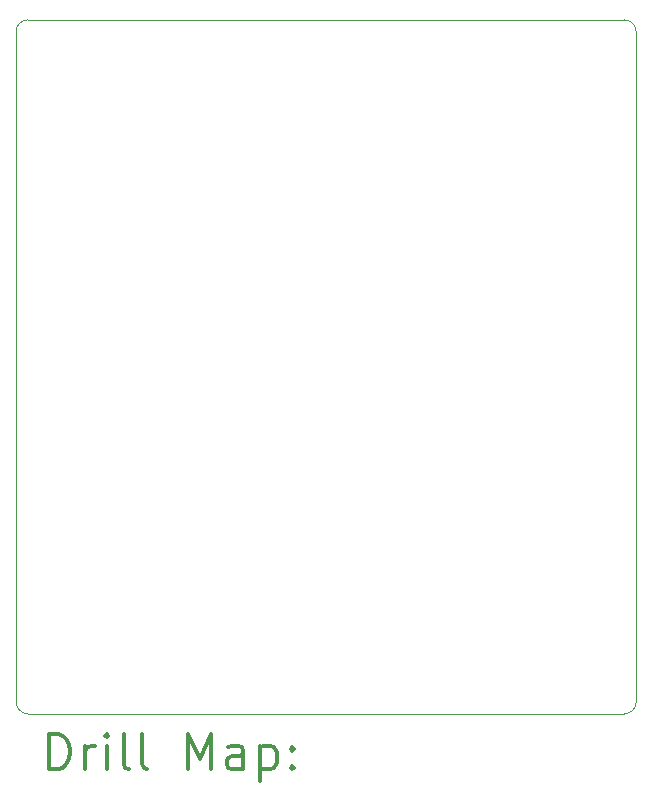
<source format=gbr>
%FSLAX45Y45*%
G04 Gerber Fmt 4.5, Leading zero omitted, Abs format (unit mm)*
G04 Created by KiCad (PCBNEW (5.1.6)-1) date 2021-10-27 15:34:51*
%MOMM*%
%LPD*%
G01*
G04 APERTURE LIST*
%TA.AperFunction,Profile*%
%ADD10C,0.100000*%
%TD*%
%ADD11C,0.200000*%
%ADD12C,0.300000*%
G04 APERTURE END LIST*
D10*
X7400000Y-11925000D02*
G75*
G02*
X7300000Y-11825000I0J100000D01*
G01*
X7300000Y-6150000D02*
X7300000Y-11825000D01*
X7400000Y-11925000D02*
X12450000Y-11925000D01*
X12550000Y-11825000D02*
G75*
G02*
X12450000Y-11925000I-100000J0D01*
G01*
X12550000Y-6150000D02*
X12550000Y-11825000D01*
X12450000Y-6050000D02*
G75*
G02*
X12550000Y-6150000I0J-100000D01*
G01*
X7400000Y-6050000D02*
X12450000Y-6050000D01*
X7300000Y-6150000D02*
G75*
G02*
X7400000Y-6050000I100000J0D01*
G01*
D11*
D12*
X7581428Y-12395714D02*
X7581428Y-12095714D01*
X7652857Y-12095714D01*
X7695714Y-12110000D01*
X7724286Y-12138571D01*
X7738571Y-12167143D01*
X7752857Y-12224286D01*
X7752857Y-12267143D01*
X7738571Y-12324286D01*
X7724286Y-12352857D01*
X7695714Y-12381429D01*
X7652857Y-12395714D01*
X7581428Y-12395714D01*
X7881428Y-12395714D02*
X7881428Y-12195714D01*
X7881428Y-12252857D02*
X7895714Y-12224286D01*
X7910000Y-12210000D01*
X7938571Y-12195714D01*
X7967143Y-12195714D01*
X8067143Y-12395714D02*
X8067143Y-12195714D01*
X8067143Y-12095714D02*
X8052857Y-12110000D01*
X8067143Y-12124286D01*
X8081428Y-12110000D01*
X8067143Y-12095714D01*
X8067143Y-12124286D01*
X8252857Y-12395714D02*
X8224286Y-12381429D01*
X8210000Y-12352857D01*
X8210000Y-12095714D01*
X8410000Y-12395714D02*
X8381428Y-12381429D01*
X8367143Y-12352857D01*
X8367143Y-12095714D01*
X8752857Y-12395714D02*
X8752857Y-12095714D01*
X8852857Y-12310000D01*
X8952857Y-12095714D01*
X8952857Y-12395714D01*
X9224286Y-12395714D02*
X9224286Y-12238571D01*
X9210000Y-12210000D01*
X9181428Y-12195714D01*
X9124286Y-12195714D01*
X9095714Y-12210000D01*
X9224286Y-12381429D02*
X9195714Y-12395714D01*
X9124286Y-12395714D01*
X9095714Y-12381429D01*
X9081428Y-12352857D01*
X9081428Y-12324286D01*
X9095714Y-12295714D01*
X9124286Y-12281429D01*
X9195714Y-12281429D01*
X9224286Y-12267143D01*
X9367143Y-12195714D02*
X9367143Y-12495714D01*
X9367143Y-12210000D02*
X9395714Y-12195714D01*
X9452857Y-12195714D01*
X9481428Y-12210000D01*
X9495714Y-12224286D01*
X9510000Y-12252857D01*
X9510000Y-12338571D01*
X9495714Y-12367143D01*
X9481428Y-12381429D01*
X9452857Y-12395714D01*
X9395714Y-12395714D01*
X9367143Y-12381429D01*
X9638571Y-12367143D02*
X9652857Y-12381429D01*
X9638571Y-12395714D01*
X9624286Y-12381429D01*
X9638571Y-12367143D01*
X9638571Y-12395714D01*
X9638571Y-12210000D02*
X9652857Y-12224286D01*
X9638571Y-12238571D01*
X9624286Y-12224286D01*
X9638571Y-12210000D01*
X9638571Y-12238571D01*
M02*

</source>
